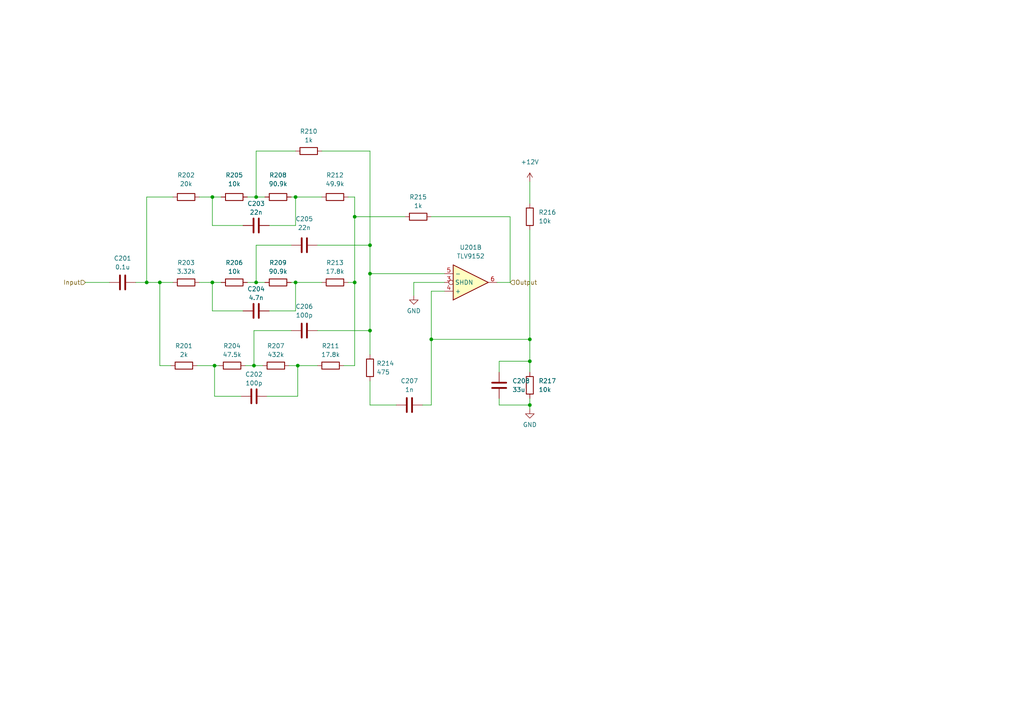
<source format=kicad_sch>
(kicad_sch (version 20211123) (generator eeschema)
  (paper "A4")
  (lib_symbols
    (symbol "Device:C" (pin_numbers hide) (pin_names (offset 0.254))
      (property "Reference" "C" (at 0.635 2.54 0))
      (property "Value" "C" (at 0.635 -2.54 0))
      (symbol "C_0_1"
        (polyline (pts (xy -2.032 -0.762) (xy 2.032 -0.762)) (stroke (width 0.508)))
        (polyline (pts (xy -2.032 0.762) (xy 2.032 0.762)) (stroke (width 0.508)))
      )
      (symbol "C_1_1"
        (pin passive line (at 0 3.81 270) (length 2.794) (name "~") (number "1"))
        (pin passive line (at 0 -3.81 90) (length 2.794) (name "~") (number "2"))
      )
    )
    (symbol "Device:R" (pin_numbers hide) (pin_names (offset 0))
      (property "Reference" "R" (at 2.032 0 90))
      (property "Value" "R" (at 0 0 90))
      (symbol "R_0_1"
        (rectangle (start -1.016 -2.54) (end 1.016 2.54) (stroke (width 0.254)))
      )
      (symbol "R_1_1"
        (pin passive line (at 0 3.81 270) (length 1.27) (name "~") (number "1"))
        (pin passive line (at 0 -3.81 90) (length 1.27) (name "~") (number "2"))
      )
    )
    (symbol "components:TLV9152"
      (property "Reference" "U" (at 0 5.08 0))
      (property "Value" "TLV9152" (at 0 -5.08 0))
      (symbol "TLV9152_1_1"
        (polyline (pts (xy -5.08 5.08) (xy 5.08 0) (xy -5.08 -5.08) (xy -5.08 5.08)) (stroke (width 0.254)) (fill (type background)))
        (pin input line (at -7.62 2.54 0) (length 2.54) (name "+") (number "10"))
        (pin input inverted (at -7.62 0 0) (length 2.54) (name "SHDN") (number "2"))
        (pin output line (at 7.62 0 180) (length 2.54) (name "~") (number "8"))
        (pin input line (at -7.62 -2.54 0) (length 2.54) (name "-") (number "9"))
      )
      (symbol "TLV9152_2_1"
        (polyline (pts (xy -5.08 5.08) (xy 5.08 0) (xy -5.08 -5.08) (xy -5.08 5.08)) (stroke (width 0.254)) (fill (type background)))
        (pin input inverted (at -7.62 0 0) (length 2.54) (name "SHDN") (number "3"))
        (pin input line (at -7.62 2.54 0) (length 2.54) (name "+") (number "4"))
        (pin input line (at -7.62 -2.54 0) (length 2.54) (name "-") (number "5"))
        (pin output line (at 7.62 0 180) (length 2.54) (name "~") (number "6"))
      )
      (symbol "TLV9152_3_1"
        (pin power_in line (at -2.54 -7.62 90) (length 3.81) (name "V-") (number "1"))
        (pin power_in line (at -2.54 7.62 270) (length 3.81) (name "V+") (number "7"))
      )
    )
    (symbol "power:+12V" (power) (pin_names (offset 0))
      (property "Value" "+12V" (at 0 3.556 0))
      (symbol "+12V_0_1"
        (polyline (pts (xy -0.762 1.27) (xy 0 2.54)))
        (polyline (pts (xy 0 0) (xy 0 2.54)))
        (polyline (pts (xy 0 2.54) (xy 0.762 1.27)))
      )
      (symbol "+12V_1_1"
        (pin power_in line (at 0 0 90) (length 0) hide (name "+12V") (number "1"))
      )
    )
    (symbol "power:GND" (power) (pin_names (offset 0))
      (property "Value" "GND" (at 0 -3.81 0))
      (symbol "GND_0_1"
        (polyline (pts (xy 0 0) (xy 0 -1.27) (xy 1.27 -1.27) (xy 0 -2.54) (xy -1.27 -1.27) (xy 0 -1.27)))
      )
      (symbol "GND_1_1"
        (pin power_in line (at 0 0 270) (length 0) hide (name "GND") (number "1"))
      )
    )
  )
  (junction (at 74.295 57.15))
  (junction (at 85.725 57.15))
  (junction (at 153.67 98.425))
  (junction (at 42.545 81.915))
  (junction (at 153.67 104.775))
  (junction (at 86.36 106.045))
  (junction (at 61.595 81.915))
  (junction (at 107.315 71.12))
  (junction (at 107.315 95.885))
  (junction (at 46.355 81.915))
  (junction (at 107.315 79.375))
  (junction (at 85.725 81.915))
  (junction (at 125.095 98.425))
  (junction (at 153.67 117.475))
  (junction (at 74.295 81.915))
  (junction (at 62.23 106.045))
  (junction (at 102.87 81.915))
  (junction (at 61.595 57.15))
  (junction (at 73.66 106.045))
  (junction (at 102.87 62.865))
  (wire (pts (xy 153.67 117.475) (xy 153.67 118.745)))
  (wire (pts (xy 73.66 106.045) (xy 73.66 95.885)))
  (wire (pts (xy 125.095 117.475) (xy 125.095 98.425)))
  (wire (pts (xy 147.955 81.915) (xy 144.145 81.915)))
  (wire (pts (xy 24.765 81.915) (xy 31.75 81.915)))
  (wire (pts (xy 85.725 81.915) (xy 93.345 81.915)))
  (wire (pts (xy 73.66 106.045) (xy 76.2 106.045)))
  (wire (pts (xy 107.315 71.12) (xy 107.315 79.375)))
  (wire (pts (xy 125.095 98.425) (xy 153.67 98.425)))
  (wire (pts (xy 107.315 43.815) (xy 107.315 71.12)))
  (wire (pts (xy 153.67 117.475) (xy 144.78 117.475)))
  (wire (pts (xy 107.315 110.49) (xy 107.315 117.475)))
  (wire (pts (xy 61.595 65.405) (xy 70.485 65.405)))
  (wire (pts (xy 57.785 57.15) (xy 61.595 57.15)))
  (wire (pts (xy 120.015 81.915) (xy 128.905 81.915)))
  (wire (pts (xy 122.555 117.475) (xy 125.095 117.475)))
  (wire (pts (xy 57.785 81.915) (xy 61.595 81.915)))
  (wire (pts (xy 107.315 117.475) (xy 114.935 117.475)))
  (wire (pts (xy 86.36 114.935) (xy 86.36 106.045)))
  (wire (pts (xy 84.455 81.915) (xy 85.725 81.915)))
  (wire (pts (xy 74.295 81.915) (xy 76.835 81.915)))
  (wire (pts (xy 83.82 106.045) (xy 86.36 106.045)))
  (wire (pts (xy 71.755 81.915) (xy 74.295 81.915)))
  (wire (pts (xy 125.095 84.455) (xy 128.905 84.455)))
  (wire (pts (xy 107.315 79.375) (xy 128.905 79.375)))
  (wire (pts (xy 125.095 62.865) (xy 147.955 62.865)))
  (wire (pts (xy 144.78 104.775) (xy 153.67 104.775)))
  (wire (pts (xy 62.23 106.045) (xy 62.23 114.935)))
  (wire (pts (xy 57.15 106.045) (xy 62.23 106.045)))
  (wire (pts (xy 153.67 115.57) (xy 153.67 117.475)))
  (wire (pts (xy 42.545 81.915) (xy 46.355 81.915)))
  (wire (pts (xy 147.955 62.865) (xy 147.955 81.915)))
  (wire (pts (xy 107.315 95.885) (xy 107.315 102.87)))
  (wire (pts (xy 39.37 81.915) (xy 42.545 81.915)))
  (wire (pts (xy 84.455 57.15) (xy 85.725 57.15)))
  (wire (pts (xy 100.965 57.15) (xy 102.87 57.15)))
  (wire (pts (xy 61.595 57.15) (xy 61.595 65.405)))
  (wire (pts (xy 102.87 106.045) (xy 99.695 106.045)))
  (wire (pts (xy 62.23 106.045) (xy 63.5 106.045)))
  (wire (pts (xy 74.295 57.15) (xy 74.295 43.815)))
  (wire (pts (xy 102.87 57.15) (xy 102.87 62.865)))
  (wire (pts (xy 102.87 62.865) (xy 102.87 81.915)))
  (wire (pts (xy 61.595 81.915) (xy 61.595 90.17)))
  (wire (pts (xy 144.78 117.475) (xy 144.78 115.57)))
  (wire (pts (xy 74.295 57.15) (xy 76.835 57.15)))
  (wire (pts (xy 102.87 81.915) (xy 102.87 106.045)))
  (wire (pts (xy 107.315 79.375) (xy 107.315 95.885)))
  (wire (pts (xy 42.545 57.15) (xy 42.545 81.915)))
  (wire (pts (xy 74.295 71.12) (xy 84.455 71.12)))
  (wire (pts (xy 85.725 90.17) (xy 85.725 81.915)))
  (wire (pts (xy 120.015 85.725) (xy 120.015 81.915)))
  (wire (pts (xy 153.67 52.705) (xy 153.67 59.055)))
  (wire (pts (xy 46.355 81.915) (xy 50.165 81.915)))
  (wire (pts (xy 153.67 104.775) (xy 153.67 107.95)))
  (wire (pts (xy 73.66 95.885) (xy 84.455 95.885)))
  (wire (pts (xy 77.47 114.935) (xy 86.36 114.935)))
  (wire (pts (xy 71.12 106.045) (xy 73.66 106.045)))
  (wire (pts (xy 107.315 95.885) (xy 92.075 95.885)))
  (wire (pts (xy 61.595 81.915) (xy 64.135 81.915)))
  (wire (pts (xy 78.105 90.17) (xy 85.725 90.17)))
  (wire (pts (xy 85.725 57.15) (xy 93.345 57.15)))
  (wire (pts (xy 125.095 98.425) (xy 125.095 84.455)))
  (wire (pts (xy 100.965 81.915) (xy 102.87 81.915)))
  (wire (pts (xy 74.295 43.815) (xy 85.725 43.815)))
  (wire (pts (xy 153.67 66.675) (xy 153.67 98.425)))
  (wire (pts (xy 62.23 114.935) (xy 69.85 114.935)))
  (wire (pts (xy 71.755 57.15) (xy 74.295 57.15)))
  (wire (pts (xy 144.78 107.95) (xy 144.78 104.775)))
  (wire (pts (xy 92.075 71.12) (xy 107.315 71.12)))
  (wire (pts (xy 86.36 106.045) (xy 92.075 106.045)))
  (wire (pts (xy 93.345 43.815) (xy 107.315 43.815)))
  (wire (pts (xy 85.725 65.405) (xy 85.725 57.15)))
  (wire (pts (xy 50.165 57.15) (xy 42.545 57.15)))
  (wire (pts (xy 46.355 106.045) (xy 46.355 81.915)))
  (wire (pts (xy 49.53 106.045) (xy 46.355 106.045)))
  (wire (pts (xy 74.295 81.915) (xy 74.295 71.12)))
  (wire (pts (xy 61.595 57.15) (xy 64.135 57.15)))
  (wire (pts (xy 153.67 98.425) (xy 153.67 104.775)))
  (wire (pts (xy 61.595 90.17) (xy 70.485 90.17)))
  (wire (pts (xy 78.105 65.405) (xy 85.725 65.405)))
  (wire (pts (xy 102.87 62.865) (xy 117.475 62.865)))
  (hierarchical_label "Output" (shape input) (at 147.955 81.915 0))
  (hierarchical_label "Input" (shape input) (at 24.765 81.915 180))
  (symbol (lib_id "Device:R") (at 67.945 81.915 90) (unit 1)
    (property "Reference" "R206" (at 67.945 76.2 90))
    (property "Value" "10k" (at 67.945 78.74 90))
  )
  (symbol (lib_id "power:GND") (at 153.67 118.745 0) (unit 1)
    (property "Reference" "#PWR0203" (effects hide))
    (property "Value" "GND" (at 153.67 123.19 0))
  )
  (symbol (lib_id "Device:R") (at 121.285 62.865 90) (unit 1)
    (property "Reference" "R215" (at 121.285 57.15 90))
    (property "Value" "1k" (at 121.285 59.69 90))
  )
  (symbol (lib_id "Device:C") (at 74.295 65.405 90) (unit 1)
    (property "Reference" "C203" (at 74.295 59.055 90))
    (property "Value" "22n" (at 74.295 61.595 90))
  )
  (symbol (lib_id "Device:R") (at 80.645 57.15 90) (unit 1)
    (property "Reference" "R208" (at 80.645 50.8 90))
    (property "Value" "90.9k" (at 80.645 53.34 90))
  )
  (symbol (lib_id "Device:R") (at 153.67 62.865 180) (unit 1)
    (property "Reference" "R216" (at 156.21 61.5949 0) (effects (justify right)))
    (property "Value" "10k" (at 156.21 64.1349 0) (effects (justify right)))
  )
  (symbol (lib_id "Device:R") (at 53.975 57.15 90) (unit 1)
    (property "Reference" "R202" (at 53.975 50.8 90))
    (property "Value" "20k" (at 53.975 53.34 90))
  )
  (symbol (lib_id "Device:R") (at 67.31 106.045 90) (unit 1)
    (property "Reference" "R204" (at 67.31 100.33 90))
    (property "Value" "47.5k" (at 67.31 102.87 90))
  )
  (symbol (lib_id "Device:C") (at 35.56 81.915 90) (unit 1)
    (property "Reference" "C201" (at 35.56 74.93 90))
    (property "Value" "0.1u" (at 35.56 77.47 90))
  )
  (symbol (lib_id "Device:R") (at 153.67 111.76 180) (unit 1)
    (property "Reference" "R217" (at 156.21 110.4899 0) (effects (justify right)))
    (property "Value" "10k" (at 156.21 113.0299 0) (effects (justify right)))
  )
  (symbol (lib_id "Device:C") (at 73.66 114.935 90) (unit 1)
    (property "Reference" "C202" (at 73.66 108.585 90))
    (property "Value" "100p" (at 73.66 111.125 90))
  )
  (symbol (lib_id "Device:R") (at 97.155 57.15 90) (unit 1)
    (property "Reference" "R212" (at 97.155 50.8 90))
    (property "Value" "49.9k" (at 97.155 53.34 90))
  )
  (symbol (lib_id "components:TLV9152") (at 136.525 81.915 0) (mirror x) (unit 2)
    (property "Reference" "U201" (at 136.525 71.755 0))
    (property "Value" "TLV9152" (at 136.525 74.295 0))
    (property "Datasheet" "https://www.ti.com/product/TLV9152" (effects hide))
  )
  (symbol (lib_id "Device:C") (at 74.295 90.17 90) (unit 1)
    (property "Reference" "C204" (at 74.295 83.82 90))
    (property "Value" "4.7n" (at 74.295 86.36 90))
  )
  (symbol (lib_id "Device:R") (at 97.155 81.915 90) (unit 1)
    (property "Reference" "R213" (at 97.155 76.2 90))
    (property "Value" "17.8k" (at 97.155 78.74 90))
  )
  (symbol (lib_id "Device:R") (at 67.945 57.15 90) (unit 1)
    (property "Reference" "R205" (at 67.945 50.8 90))
    (property "Value" "10k" (at 67.945 53.34 90))
  )
  (symbol (lib_id "Device:C") (at 118.745 117.475 90) (unit 1)
    (property "Reference" "C207" (at 118.745 110.49 90))
    (property "Value" "1n" (at 118.745 113.03 90))
  )
  (symbol (lib_id "power:GND") (at 120.015 85.725 0) (unit 1)
    (property "Reference" "#PWR0201" (effects hide))
    (property "Value" "GND" (at 120.015 90.17 0))
  )
  (symbol (lib_id "Device:R") (at 80.01 106.045 90) (unit 1)
    (property "Reference" "R207" (at 80.01 100.33 90))
    (property "Value" "432k" (at 80.01 102.87 90))
  )
  (symbol (lib_id "Device:R") (at 89.535 43.815 90) (unit 1)
    (property "Reference" "R210" (at 89.535 38.1 90))
    (property "Value" "1k" (at 89.535 40.64 90))
  )
  (symbol (lib_id "Device:R") (at 53.34 106.045 90) (unit 1)
    (property "Reference" "R201" (at 53.34 100.33 90))
    (property "Value" "2k" (at 53.34 102.87 90))
  )
  (symbol (lib_id "Device:C") (at 144.78 111.76 180) (unit 1)
    (property "Reference" "C208" (at 148.59 110.4899 0) (effects (justify right)))
    (property "Value" "33u" (at 148.59 113.0299 0) (effects (justify right)))
  )
  (symbol (lib_id "power:+12V") (at 153.67 52.705 0) (unit 1)
    (property "Reference" "#PWR0202" (effects hide))
    (property "Value" "+12V" (at 153.67 46.99 0))
  )
  (symbol (lib_id "Device:R") (at 80.645 81.915 90) (unit 1)
    (property "Reference" "R209" (at 80.645 76.2 90))
    (property "Value" "90.9k" (at 80.645 78.74 90))
  )
  (symbol (lib_id "Device:C") (at 88.265 95.885 90) (unit 1)
    (property "Reference" "C206" (at 88.265 88.9 90))
    (property "Value" "100p" (at 88.265 91.44 90))
  )
  (symbol (lib_id "Device:R") (at 107.315 106.68 180) (unit 1)
    (property "Reference" "R214" (at 109.22 105.4099 0) (effects (justify right)))
    (property "Value" "475" (at 109.22 107.9499 0) (effects (justify right)))
  )
  (symbol (lib_id "Device:R") (at 53.975 81.915 90) (unit 1)
    (property "Reference" "R203" (at 53.975 76.2 90))
    (property "Value" "3.32k" (at 53.975 78.74 90))
  )
  (symbol (lib_id "Device:R") (at 95.885 106.045 90) (unit 1)
    (property "Reference" "R211" (at 95.885 100.33 90))
    (property "Value" "17.8k" (at 95.885 102.87 90))
  )
  (symbol (lib_id "Device:C") (at 88.265 71.12 90) (unit 1)
    (property "Reference" "C205" (at 88.265 63.5 90))
    (property "Value" "22n" (at 88.265 66.04 90))
  )
)
</source>
